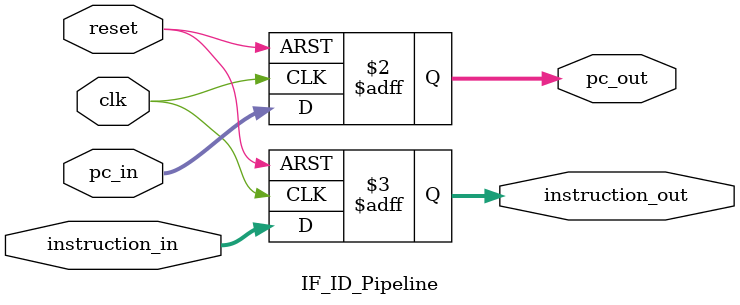
<source format=v>
`timescale 1ns / 1ps

module IF_ID_Pipeline(
    input clk,reset,
    input [31:0] pc_in,instruction_in,
    output reg [31:0] pc_out,instruction_out
    );
    
    always @(posedge clk or posedge reset)
    begin
        if(reset)
        begin
            pc_out<=0;
            instruction_out<=0;
        end
        else
        begin
            pc_out<=pc_in;
            instruction_out<=instruction_in;
        end
    end
endmodule

</source>
